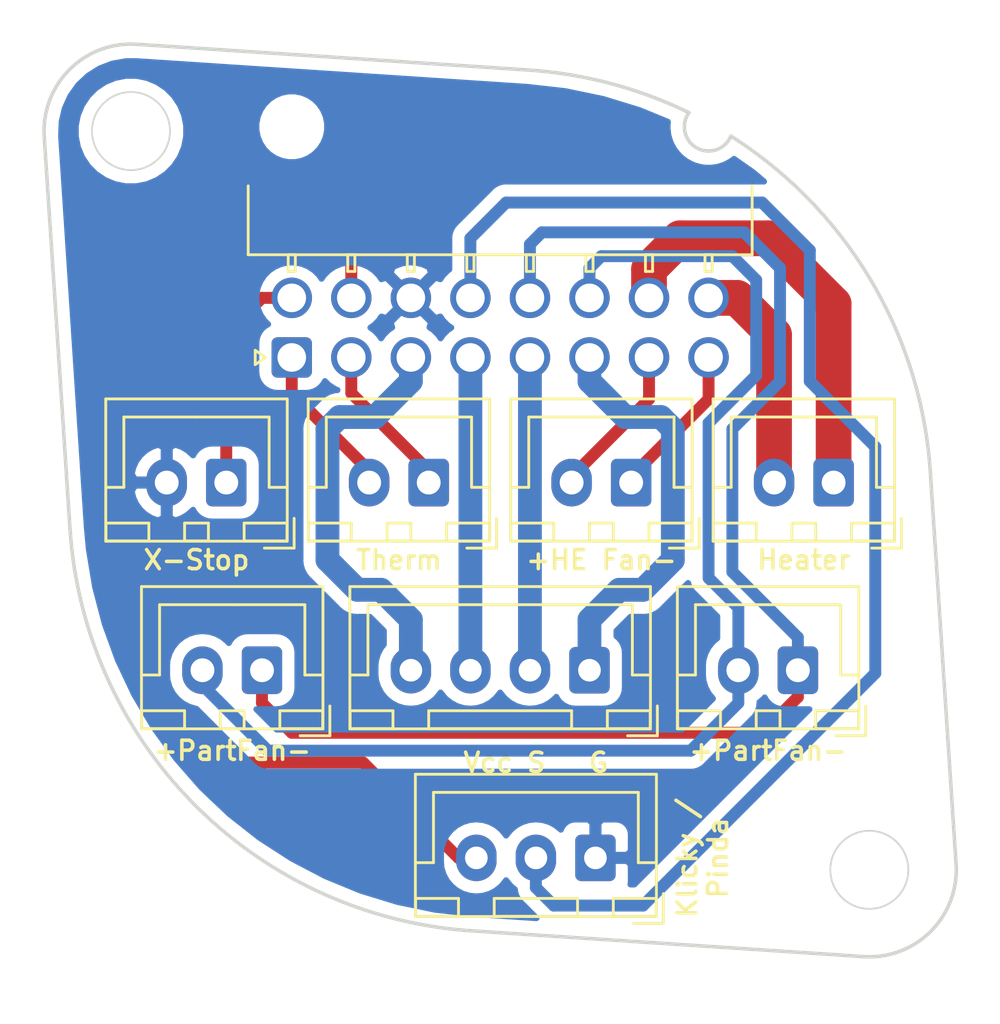
<source format=kicad_pcb>
(kicad_pcb (version 20171130) (host pcbnew "(5.1.12)-1")

  (general
    (thickness 1.6)
    (drawings 21)
    (tracks 96)
    (zones 0)
    (modules 11)
    (nets 17)
  )

  (page A4)
  (layers
    (0 F.Cu signal)
    (31 B.Cu signal)
    (32 B.Adhes user)
    (33 F.Adhes user)
    (34 B.Paste user)
    (35 F.Paste user)
    (36 B.SilkS user)
    (37 F.SilkS user)
    (38 B.Mask user)
    (39 F.Mask user)
    (40 Dwgs.User user)
    (41 Cmts.User user)
    (42 Eco1.User user)
    (43 Eco2.User user)
    (44 Edge.Cuts user)
    (45 Margin user)
    (46 B.CrtYd user hide)
    (47 F.CrtYd user hide)
    (48 B.Fab user hide)
    (49 F.Fab user hide)
  )

  (setup
    (last_trace_width 0.5)
    (user_trace_width 0.25)
    (user_trace_width 0.5)
    (user_trace_width 0.75)
    (user_trace_width 1)
    (user_trace_width 1.5)
    (trace_clearance 0.2)
    (zone_clearance 0.508)
    (zone_45_only no)
    (trace_min 0.2)
    (via_size 0.8)
    (via_drill 0.4)
    (via_min_size 0.4)
    (via_min_drill 0.3)
    (uvia_size 0.3)
    (uvia_drill 0.1)
    (uvias_allowed no)
    (uvia_min_size 0.2)
    (uvia_min_drill 0.1)
    (edge_width 0.05)
    (segment_width 0.2)
    (pcb_text_width 0.3)
    (pcb_text_size 1.5 1.5)
    (mod_edge_width 0.12)
    (mod_text_size 1 1)
    (mod_text_width 0.15)
    (pad_size 3.2 3.2)
    (pad_drill 3.2)
    (pad_to_mask_clearance 0.051)
    (solder_mask_min_width 0.25)
    (aux_axis_origin 0 0)
    (grid_origin 200.55044 91.250438)
    (visible_elements 7FFFFFFF)
    (pcbplotparams
      (layerselection 0x010fc_ffffffff)
      (usegerberextensions true)
      (usegerberattributes false)
      (usegerberadvancedattributes false)
      (creategerberjobfile false)
      (excludeedgelayer true)
      (linewidth 0.100000)
      (plotframeref false)
      (viasonmask false)
      (mode 1)
      (useauxorigin false)
      (hpglpennumber 1)
      (hpglpenspeed 20)
      (hpglpendiameter 15.000000)
      (psnegative false)
      (psa4output false)
      (plotreference true)
      (plotvalue true)
      (plotinvisibletext false)
      (padsonsilk false)
      (subtractmaskfromsilk true)
      (outputformat 1)
      (mirror false)
      (drillshape 0)
      (scaleselection 1)
      (outputdirectory "Gerbers/"))
  )

  (net 0 "")
  (net 1 GND)
  (net 2 /Hotend_Fan+)
  (net 3 /Hotend_Fan-)
  (net 4 /PartFan-)
  (net 5 /PartFan+)
  (net 6 /Thermistor_2)
  (net 7 /Thermistor_1)
  (net 8 /Heater1)
  (net 9 /Heater2)
  (net 10 /Motor_B2)
  (net 11 /Motor_B1)
  (net 12 /Motor_A2)
  (net 13 /Motor_A1)
  (net 14 /Clicky_Sig)
  (net 15 /X_Endstop_Sig)
  (net 16 +5V)

  (net_class Default "This is the default net class."
    (clearance 0.2)
    (trace_width 0.25)
    (via_dia 0.8)
    (via_drill 0.4)
    (uvia_dia 0.3)
    (uvia_drill 0.1)
    (add_net +5V)
    (add_net /Clicky_Sig)
    (add_net /Heater1)
    (add_net /Heater2)
    (add_net /Hotend_Fan+)
    (add_net /Hotend_Fan-)
    (add_net /Motor_A1)
    (add_net /Motor_A2)
    (add_net /Motor_B1)
    (add_net /Motor_B2)
    (add_net /PartFan+)
    (add_net /PartFan-)
    (add_net /Thermistor_1)
    (add_net /Thermistor_2)
    (add_net /X_Endstop_Sig)
    (add_net GND)
  )

  (module Connector_JST:JST_XH_B3B-XH-A_1x03_P2.50mm_Vertical (layer F.Cu) (tedit 5C28146C) (tstamp 61D60A16)
    (at 204.55044 106.250438 180)
    (descr "JST XH series connector, B3B-XH-A (http://www.jst-mfg.com/product/pdf/eng/eXH.pdf), generated with kicad-footprint-generator")
    (tags "connector JST XH vertical")
    (path /61DA39E2)
    (fp_text reference J1 (at 2.5 -3.55) (layer F.SilkS) hide
      (effects (font (size 1 1) (thickness 0.15)))
    )
    (fp_text value Z_Probe (at 2.5 4.6) (layer F.Fab)
      (effects (font (size 1 1) (thickness 0.15)))
    )
    (fp_text user %R (at 2.5 2.7) (layer F.Fab)
      (effects (font (size 1 1) (thickness 0.15)))
    )
    (fp_line (start -2.45 -2.35) (end -2.45 3.4) (layer F.Fab) (width 0.1))
    (fp_line (start -2.45 3.4) (end 7.45 3.4) (layer F.Fab) (width 0.1))
    (fp_line (start 7.45 3.4) (end 7.45 -2.35) (layer F.Fab) (width 0.1))
    (fp_line (start 7.45 -2.35) (end -2.45 -2.35) (layer F.Fab) (width 0.1))
    (fp_line (start -2.56 -2.46) (end -2.56 3.51) (layer F.SilkS) (width 0.12))
    (fp_line (start -2.56 3.51) (end 7.56 3.51) (layer F.SilkS) (width 0.12))
    (fp_line (start 7.56 3.51) (end 7.56 -2.46) (layer F.SilkS) (width 0.12))
    (fp_line (start 7.56 -2.46) (end -2.56 -2.46) (layer F.SilkS) (width 0.12))
    (fp_line (start -2.95 -2.85) (end -2.95 3.9) (layer F.CrtYd) (width 0.05))
    (fp_line (start -2.95 3.9) (end 7.95 3.9) (layer F.CrtYd) (width 0.05))
    (fp_line (start 7.95 3.9) (end 7.95 -2.85) (layer F.CrtYd) (width 0.05))
    (fp_line (start 7.95 -2.85) (end -2.95 -2.85) (layer F.CrtYd) (width 0.05))
    (fp_line (start -0.625 -2.35) (end 0 -1.35) (layer F.Fab) (width 0.1))
    (fp_line (start 0 -1.35) (end 0.625 -2.35) (layer F.Fab) (width 0.1))
    (fp_line (start 0.75 -2.45) (end 0.75 -1.7) (layer F.SilkS) (width 0.12))
    (fp_line (start 0.75 -1.7) (end 4.25 -1.7) (layer F.SilkS) (width 0.12))
    (fp_line (start 4.25 -1.7) (end 4.25 -2.45) (layer F.SilkS) (width 0.12))
    (fp_line (start 4.25 -2.45) (end 0.75 -2.45) (layer F.SilkS) (width 0.12))
    (fp_line (start -2.55 -2.45) (end -2.55 -1.7) (layer F.SilkS) (width 0.12))
    (fp_line (start -2.55 -1.7) (end -0.75 -1.7) (layer F.SilkS) (width 0.12))
    (fp_line (start -0.75 -1.7) (end -0.75 -2.45) (layer F.SilkS) (width 0.12))
    (fp_line (start -0.75 -2.45) (end -2.55 -2.45) (layer F.SilkS) (width 0.12))
    (fp_line (start 5.75 -2.45) (end 5.75 -1.7) (layer F.SilkS) (width 0.12))
    (fp_line (start 5.75 -1.7) (end 7.55 -1.7) (layer F.SilkS) (width 0.12))
    (fp_line (start 7.55 -1.7) (end 7.55 -2.45) (layer F.SilkS) (width 0.12))
    (fp_line (start 7.55 -2.45) (end 5.75 -2.45) (layer F.SilkS) (width 0.12))
    (fp_line (start -2.55 -0.2) (end -1.8 -0.2) (layer F.SilkS) (width 0.12))
    (fp_line (start -1.8 -0.2) (end -1.8 2.75) (layer F.SilkS) (width 0.12))
    (fp_line (start -1.8 2.75) (end 2.5 2.75) (layer F.SilkS) (width 0.12))
    (fp_line (start 7.55 -0.2) (end 6.8 -0.2) (layer F.SilkS) (width 0.12))
    (fp_line (start 6.8 -0.2) (end 6.8 2.75) (layer F.SilkS) (width 0.12))
    (fp_line (start 6.8 2.75) (end 2.5 2.75) (layer F.SilkS) (width 0.12))
    (fp_line (start -1.6 -2.75) (end -2.85 -2.75) (layer F.SilkS) (width 0.12))
    (fp_line (start -2.85 -2.75) (end -2.85 -1.5) (layer F.SilkS) (width 0.12))
    (pad 3 thru_hole oval (at 5 0 180) (size 1.7 1.95) (drill 0.95) (layers *.Cu *.Mask)
      (net 16 +5V))
    (pad 2 thru_hole oval (at 2.5 0 180) (size 1.7 1.95) (drill 0.95) (layers *.Cu *.Mask)
      (net 14 /Clicky_Sig))
    (pad 1 thru_hole roundrect (at 0 0 180) (size 1.7 1.95) (drill 0.95) (layers *.Cu *.Mask) (roundrect_rratio 0.147059)
      (net 1 GND))
    (model ${KISYS3DMOD}/Connector_JST.3dshapes/JST_XH_B3B-XH-A_1x03_P2.50mm_Vertical.wrl
      (at (xyz 0 0 0))
      (scale (xyz 1 1 1))
      (rotate (xyz 0 0 0))
    )
  )

  (module Toolhead_PCB_Paul:Molex_Nano-Fit_105314-xx16_2x08_P2.50mm_Horizontal (layer F.Cu) (tedit 61D4BC89) (tstamp 61D0672F)
    (at 191.80044 85.250438 90)
    (descr "Molex Nano-Fit Power Connectors, 105314-xx16, 8 Pins per row (http://www.molex.com/pdm_docs/sd/1053141208_sd.pdf), generated with kicad-footprint-generator")
    (tags "connector Molex Nano-Fit top entry")
    (path /61CF496E)
    (fp_text reference J10 (at 8.65 -2.92 90) (layer F.SilkS) hide
      (effects (font (size 1 1) (thickness 0.15)))
    )
    (fp_text value Conn_02x08_Top_Bottom (at 8.65 20.42 90) (layer F.Fab)
      (effects (font (size 1 1) (thickness 0.15)))
    )
    (fp_line (start 4.42 -1.72) (end 4.42 19.22) (layer F.Fab) (width 0.1))
    (fp_line (start 4.42 19.22) (end 12.88 19.22) (layer F.Fab) (width 0.1))
    (fp_line (start 12.88 19.22) (end 12.88 -1.72) (layer F.Fab) (width 0.1))
    (fp_line (start 12.88 -1.72) (end 4.42 -1.72) (layer F.Fab) (width 0.1))
    (fp_line (start 4.31 -1.83) (end 4.31 19.33) (layer F.SilkS) (width 0.12))
    (fp_line (start 4.31 0.15) (end 4.31 -0.15) (layer F.SilkS) (width 0.12))
    (fp_line (start 4.31 -0.15) (end 3.61 -0.15) (layer F.SilkS) (width 0.12))
    (fp_line (start 3.61 -0.15) (end 3.61 0.15) (layer F.SilkS) (width 0.12))
    (fp_line (start 3.61 0.15) (end 4.31 0.15) (layer F.SilkS) (width 0.12))
    (fp_line (start 4.31 2.65) (end 4.31 2.35) (layer F.SilkS) (width 0.12))
    (fp_line (start 4.31 2.35) (end 3.61 2.35) (layer F.SilkS) (width 0.12))
    (fp_line (start 3.61 2.35) (end 3.61 2.65) (layer F.SilkS) (width 0.12))
    (fp_line (start 3.61 2.65) (end 4.31 2.65) (layer F.SilkS) (width 0.12))
    (fp_line (start 4.31 5.15) (end 4.31 4.85) (layer F.SilkS) (width 0.12))
    (fp_line (start 4.31 4.85) (end 3.61 4.85) (layer F.SilkS) (width 0.12))
    (fp_line (start 3.61 4.85) (end 3.61 5.15) (layer F.SilkS) (width 0.12))
    (fp_line (start 3.61 5.15) (end 4.31 5.15) (layer F.SilkS) (width 0.12))
    (fp_line (start 4.31 7.65) (end 4.31 7.35) (layer F.SilkS) (width 0.12))
    (fp_line (start 4.31 7.35) (end 3.61 7.35) (layer F.SilkS) (width 0.12))
    (fp_line (start 3.61 7.35) (end 3.61 7.65) (layer F.SilkS) (width 0.12))
    (fp_line (start 3.61 7.65) (end 4.31 7.65) (layer F.SilkS) (width 0.12))
    (fp_line (start 4.31 10.15) (end 4.31 9.85) (layer F.SilkS) (width 0.12))
    (fp_line (start 4.31 9.85) (end 3.61 9.85) (layer F.SilkS) (width 0.12))
    (fp_line (start 3.61 9.85) (end 3.61 10.15) (layer F.SilkS) (width 0.12))
    (fp_line (start 3.61 10.15) (end 4.31 10.15) (layer F.SilkS) (width 0.12))
    (fp_line (start 4.31 12.65) (end 4.31 12.35) (layer F.SilkS) (width 0.12))
    (fp_line (start 4.31 12.35) (end 3.61 12.35) (layer F.SilkS) (width 0.12))
    (fp_line (start 3.61 12.35) (end 3.61 12.65) (layer F.SilkS) (width 0.12))
    (fp_line (start 3.61 12.65) (end 4.31 12.65) (layer F.SilkS) (width 0.12))
    (fp_line (start 4.31 15.15) (end 4.31 14.85) (layer F.SilkS) (width 0.12))
    (fp_line (start 4.31 14.85) (end 3.61 14.85) (layer F.SilkS) (width 0.12))
    (fp_line (start 3.61 14.85) (end 3.61 15.15) (layer F.SilkS) (width 0.12))
    (fp_line (start 3.61 15.15) (end 4.31 15.15) (layer F.SilkS) (width 0.12))
    (fp_line (start 4.31 17.65) (end 4.31 17.35) (layer F.SilkS) (width 0.12))
    (fp_line (start 4.31 17.35) (end 3.61 17.35) (layer F.SilkS) (width 0.12))
    (fp_line (start 3.61 17.35) (end 3.61 17.65) (layer F.SilkS) (width 0.12))
    (fp_line (start 3.61 17.65) (end 4.31 17.65) (layer F.SilkS) (width 0.12))
    (fp_line (start 0 -1.11) (end 0.3 -1.534264) (layer F.SilkS) (width 0.12))
    (fp_line (start 0.3 -1.534264) (end -0.3 -1.534264) (layer F.SilkS) (width 0.12))
    (fp_line (start -0.3 -1.534264) (end 0 -1.11) (layer F.SilkS) (width 0.12))
    (fp_line (start 0 -1.11) (end 0.3 -1.534264) (layer F.Fab) (width 0.1))
    (fp_line (start 0.3 -1.534264) (end -0.3 -1.534264) (layer F.Fab) (width 0.1))
    (fp_line (start -0.3 -1.534264) (end 0 -1.11) (layer F.Fab) (width 0.1))
    (fp_line (start -1.35 -2.22) (end -1.35 19.72) (layer F.CrtYd) (width 0.05))
    (fp_line (start -1.35 19.72) (end 13.38 19.72) (layer F.CrtYd) (width 0.05))
    (fp_line (start 13.38 19.72) (end 13.38 -2.22) (layer F.CrtYd) (width 0.05))
    (fp_line (start 13.38 -2.22) (end -1.35 -2.22) (layer F.CrtYd) (width 0.05))
    (fp_line (start 4.31 19.33) (end 7.2 19.33) (layer F.SilkS) (width 0.12))
    (fp_line (start 4.31 -1.83) (end 7.2 -1.83) (layer F.SilkS) (width 0.12))
    (pad 1 thru_hole roundrect (at 0 0 90) (size 1.7 1.7) (drill 1.2) (layers *.Cu *.Mask) (roundrect_rratio 0.1470588235294118)
      (net 6 /Thermistor_2))
    (pad 2 thru_hole circle (at 0 2.5 90) (size 1.7 1.7) (drill 1.2) (layers *.Cu *.Mask)
      (net 7 /Thermistor_1))
    (pad 3 thru_hole circle (at 0 5 90) (size 1.7 1.7) (drill 1.2) (layers *.Cu *.Mask)
      (net 13 /Motor_A1))
    (pad 4 thru_hole circle (at 0 7.5 90) (size 1.7 1.7) (drill 1.2) (layers *.Cu *.Mask)
      (net 12 /Motor_A2))
    (pad 5 thru_hole circle (at 0 10 90) (size 1.7 1.7) (drill 1.2) (layers *.Cu *.Mask)
      (net 11 /Motor_B1))
    (pad 6 thru_hole circle (at 0 12.5 90) (size 1.7 1.7) (drill 1.2) (layers *.Cu *.Mask)
      (net 10 /Motor_B2))
    (pad 7 thru_hole circle (at 0 15 90) (size 1.7 1.7) (drill 1.2) (layers *.Cu *.Mask)
      (net 2 /Hotend_Fan+))
    (pad 8 thru_hole circle (at 0 17.5 90) (size 1.7 1.7) (drill 1.2) (layers *.Cu *.Mask)
      (net 3 /Hotend_Fan-))
    (pad 9 thru_hole circle (at 2.5 0 90) (size 1.7 1.7) (drill 1.2) (layers *.Cu *.Mask)
      (net 15 /X_Endstop_Sig))
    (pad 10 thru_hole circle (at 2.5 2.5 90) (size 1.7 1.7) (drill 1.2) (layers *.Cu *.Mask)
      (net 16 +5V))
    (pad 11 thru_hole circle (at 2.5 5 90) (size 1.7 1.7) (drill 1.2) (layers *.Cu *.Mask)
      (net 1 GND))
    (pad 12 thru_hole circle (at 2.5 7.5 90) (size 1.7 1.7) (drill 1.2) (layers *.Cu *.Mask)
      (net 14 /Clicky_Sig))
    (pad 13 thru_hole circle (at 2.5 10 90) (size 1.7 1.7) (drill 1.2) (layers *.Cu *.Mask)
      (net 4 /PartFan-))
    (pad 14 thru_hole circle (at 2.5 12.5 90) (size 1.7 1.7) (drill 1.2) (layers *.Cu *.Mask)
      (net 5 /PartFan+))
    (pad 15 thru_hole circle (at 2.5 15 90) (size 1.7 1.7) (drill 1.2) (layers *.Cu *.Mask)
      (net 9 /Heater2))
    (pad 16 thru_hole circle (at 2.5 17.5 90) (size 1.7 1.7) (drill 1.2) (layers *.Cu *.Mask)
      (net 8 /Heater1))
    (pad "" np_thru_hole circle (at 9.68 0 90) (size 1.7 1.7) (drill 1.7) (layers *.Cu *.Mask))
    (model ${KISYS3DMOD}/Connector_Molex.3dshapes/1053141116.stp
      (offset (xyz 8.699999999999999 -8.789999999999999 3.35))
      (scale (xyz 1 1 1))
      (rotate (xyz -90 0 -90))
    )
  )

  (module MountingHole:MountingHole_3.2mm_M3 (layer F.Cu) (tedit 56D1B4CB) (tstamp 61B9DC01)
    (at 216.05022 106.750219)
    (descr "Mounting Hole 3.2mm, no annular, M3")
    (tags "mounting hole 3.2mm no annular m3")
    (path /60B8DE4B)
    (attr virtual)
    (fp_text reference H2 (at 0 -4.2) (layer F.SilkS) hide
      (effects (font (size 1 1) (thickness 0.15)))
    )
    (fp_text value MountingHole (at 0 4.2) (layer F.Fab)
      (effects (font (size 1 1) (thickness 0.15)))
    )
    (fp_circle (center 0 0) (end 3.2 0) (layer Cmts.User) (width 0.15))
    (fp_circle (center 0 0) (end 3.45 0) (layer F.CrtYd) (width 0.05))
    (fp_text user %R (at 0.3 0) (layer F.Fab)
      (effects (font (size 1 1) (thickness 0.15)))
    )
    (pad 1 np_thru_hole circle (at 0 0) (size 3.2 3.2) (drill 3.2) (layers *.Cu *.Mask))
  )

  (module MountingHole:MountingHole_3.2mm_M3 (layer F.Cu) (tedit 56D1B4CB) (tstamp 61B9DBF9)
    (at 185.05022 75.750219)
    (descr "Mounting Hole 3.2mm, no annular, M3")
    (tags "mounting hole 3.2mm no annular m3")
    (path /60B8D3E9)
    (attr virtual)
    (fp_text reference H1 (at 0 -4.2) (layer F.SilkS) hide
      (effects (font (size 1 1) (thickness 0.15)))
    )
    (fp_text value MountingHole (at 0 4.2) (layer F.Fab)
      (effects (font (size 1 1) (thickness 0.15)))
    )
    (fp_circle (center 0 0) (end 3.2 0) (layer Cmts.User) (width 0.15))
    (fp_circle (center 0 0) (end 3.45 0) (layer F.CrtYd) (width 0.05))
    (fp_text user %R (at 0.3 0) (layer F.Fab)
      (effects (font (size 1 1) (thickness 0.15)))
    )
    (pad 1 np_thru_hole circle (at 0 0) (size 3.2 3.2) (drill 3.2) (layers *.Cu *.Mask))
  )

  (module Connector_JST:JST_XH_B2B-XH-A_1x02_P2.50mm_Vertical (layer F.Cu) (tedit 5C28146C) (tstamp 61D4BC94)
    (at 214.55044 90.500438 180)
    (descr "JST XH series connector, B2B-XH-A (http://www.jst-mfg.com/product/pdf/eng/eXH.pdf), generated with kicad-footprint-generator")
    (tags "connector JST XH vertical")
    (path /60B720B7)
    (fp_text reference J5 (at 1.25 1.8) (layer F.SilkS) hide
      (effects (font (size 1 1) (thickness 0.15)))
    )
    (fp_text value Heater (at 1.25 4.6) (layer F.Fab)
      (effects (font (size 1 1) (thickness 0.15)))
    )
    (fp_line (start -2.45 -2.35) (end -2.45 3.4) (layer F.Fab) (width 0.1))
    (fp_line (start -2.45 3.4) (end 4.95 3.4) (layer F.Fab) (width 0.1))
    (fp_line (start 4.95 3.4) (end 4.95 -2.35) (layer F.Fab) (width 0.1))
    (fp_line (start 4.95 -2.35) (end -2.45 -2.35) (layer F.Fab) (width 0.1))
    (fp_line (start -2.56 -2.46) (end -2.56 3.51) (layer F.SilkS) (width 0.12))
    (fp_line (start -2.56 3.51) (end 5.06 3.51) (layer F.SilkS) (width 0.12))
    (fp_line (start 5.06 3.51) (end 5.06 -2.46) (layer F.SilkS) (width 0.12))
    (fp_line (start 5.06 -2.46) (end -2.56 -2.46) (layer F.SilkS) (width 0.12))
    (fp_line (start -2.95 -2.85) (end -2.95 3.9) (layer F.CrtYd) (width 0.05))
    (fp_line (start -2.95 3.9) (end 5.45 3.9) (layer F.CrtYd) (width 0.05))
    (fp_line (start 5.45 3.9) (end 5.45 -2.85) (layer F.CrtYd) (width 0.05))
    (fp_line (start 5.45 -2.85) (end -2.95 -2.85) (layer F.CrtYd) (width 0.05))
    (fp_line (start -0.625 -2.35) (end 0 -1.35) (layer F.Fab) (width 0.1))
    (fp_line (start 0 -1.35) (end 0.625 -2.35) (layer F.Fab) (width 0.1))
    (fp_line (start 0.75 -2.45) (end 0.75 -1.7) (layer F.SilkS) (width 0.12))
    (fp_line (start 0.75 -1.7) (end 1.75 -1.7) (layer F.SilkS) (width 0.12))
    (fp_line (start 1.75 -1.7) (end 1.75 -2.45) (layer F.SilkS) (width 0.12))
    (fp_line (start 1.75 -2.45) (end 0.75 -2.45) (layer F.SilkS) (width 0.12))
    (fp_line (start -2.55 -2.45) (end -2.55 -1.7) (layer F.SilkS) (width 0.12))
    (fp_line (start -2.55 -1.7) (end -0.75 -1.7) (layer F.SilkS) (width 0.12))
    (fp_line (start -0.75 -1.7) (end -0.75 -2.45) (layer F.SilkS) (width 0.12))
    (fp_line (start -0.75 -2.45) (end -2.55 -2.45) (layer F.SilkS) (width 0.12))
    (fp_line (start 3.25 -2.45) (end 3.25 -1.7) (layer F.SilkS) (width 0.12))
    (fp_line (start 3.25 -1.7) (end 5.05 -1.7) (layer F.SilkS) (width 0.12))
    (fp_line (start 5.05 -1.7) (end 5.05 -2.45) (layer F.SilkS) (width 0.12))
    (fp_line (start 5.05 -2.45) (end 3.25 -2.45) (layer F.SilkS) (width 0.12))
    (fp_line (start -2.55 -0.2) (end -1.8 -0.2) (layer F.SilkS) (width 0.12))
    (fp_line (start -1.8 -0.2) (end -1.8 2.75) (layer F.SilkS) (width 0.12))
    (fp_line (start -1.8 2.75) (end 1.25 2.75) (layer F.SilkS) (width 0.12))
    (fp_line (start 5.05 -0.2) (end 4.3 -0.2) (layer F.SilkS) (width 0.12))
    (fp_line (start 4.3 -0.2) (end 4.3 2.75) (layer F.SilkS) (width 0.12))
    (fp_line (start 4.3 2.75) (end 1.25 2.75) (layer F.SilkS) (width 0.12))
    (fp_line (start -1.6 -2.75) (end -2.85 -2.75) (layer F.SilkS) (width 0.12))
    (fp_line (start -2.85 -2.75) (end -2.85 -1.5) (layer F.SilkS) (width 0.12))
    (fp_text user %R (at 1.25 2.7) (layer F.Fab)
      (effects (font (size 1 1) (thickness 0.15)))
    )
    (pad 2 thru_hole oval (at 2.5 0 180) (size 1.7 2) (drill 1) (layers *.Cu *.Mask)
      (net 8 /Heater1))
    (pad 1 thru_hole roundrect (at 0 0 180) (size 1.7 2) (drill 1) (layers *.Cu *.Mask) (roundrect_rratio 0.1470588235294118)
      (net 9 /Heater2))
    (model ${KISYS3DMOD}/Connector_JST.3dshapes/JST_XH_B2B-XH-A_1x02_P2.50mm_Vertical.wrl
      (at (xyz 0 0 0))
      (scale (xyz 1 1 1))
      (rotate (xyz 0 0 0))
    )
  )

  (module Connector_JST:JST_XH_B2B-XH-A_1x02_P2.50mm_Vertical (layer F.Cu) (tedit 5C28146C) (tstamp 61D4B848)
    (at 206.05044 90.500438 180)
    (descr "JST XH series connector, B2B-XH-A (http://www.jst-mfg.com/product/pdf/eng/eXH.pdf), generated with kicad-footprint-generator")
    (tags "connector JST XH vertical")
    (path /60B78134)
    (fp_text reference J3 (at 1.25 1.8) (layer F.SilkS) hide
      (effects (font (size 1 1) (thickness 0.15)))
    )
    (fp_text value "Hotend Fan" (at 1.25 4.6) (layer F.Fab)
      (effects (font (size 1 1) (thickness 0.15)))
    )
    (fp_line (start -2.45 -2.35) (end -2.45 3.4) (layer F.Fab) (width 0.1))
    (fp_line (start -2.45 3.4) (end 4.95 3.4) (layer F.Fab) (width 0.1))
    (fp_line (start 4.95 3.4) (end 4.95 -2.35) (layer F.Fab) (width 0.1))
    (fp_line (start 4.95 -2.35) (end -2.45 -2.35) (layer F.Fab) (width 0.1))
    (fp_line (start -2.56 -2.46) (end -2.56 3.51) (layer F.SilkS) (width 0.12))
    (fp_line (start -2.56 3.51) (end 5.06 3.51) (layer F.SilkS) (width 0.12))
    (fp_line (start 5.06 3.51) (end 5.06 -2.46) (layer F.SilkS) (width 0.12))
    (fp_line (start 5.06 -2.46) (end -2.56 -2.46) (layer F.SilkS) (width 0.12))
    (fp_line (start -2.95 -2.85) (end -2.95 3.9) (layer F.CrtYd) (width 0.05))
    (fp_line (start -2.95 3.9) (end 5.45 3.9) (layer F.CrtYd) (width 0.05))
    (fp_line (start 5.45 3.9) (end 5.45 -2.85) (layer F.CrtYd) (width 0.05))
    (fp_line (start 5.45 -2.85) (end -2.95 -2.85) (layer F.CrtYd) (width 0.05))
    (fp_line (start -0.625 -2.35) (end 0 -1.35) (layer F.Fab) (width 0.1))
    (fp_line (start 0 -1.35) (end 0.625 -2.35) (layer F.Fab) (width 0.1))
    (fp_line (start 0.75 -2.45) (end 0.75 -1.7) (layer F.SilkS) (width 0.12))
    (fp_line (start 0.75 -1.7) (end 1.75 -1.7) (layer F.SilkS) (width 0.12))
    (fp_line (start 1.75 -1.7) (end 1.75 -2.45) (layer F.SilkS) (width 0.12))
    (fp_line (start 1.75 -2.45) (end 0.75 -2.45) (layer F.SilkS) (width 0.12))
    (fp_line (start -2.55 -2.45) (end -2.55 -1.7) (layer F.SilkS) (width 0.12))
    (fp_line (start -2.55 -1.7) (end -0.75 -1.7) (layer F.SilkS) (width 0.12))
    (fp_line (start -0.75 -1.7) (end -0.75 -2.45) (layer F.SilkS) (width 0.12))
    (fp_line (start -0.75 -2.45) (end -2.55 -2.45) (layer F.SilkS) (width 0.12))
    (fp_line (start 3.25 -2.45) (end 3.25 -1.7) (layer F.SilkS) (width 0.12))
    (fp_line (start 3.25 -1.7) (end 5.05 -1.7) (layer F.SilkS) (width 0.12))
    (fp_line (start 5.05 -1.7) (end 5.05 -2.45) (layer F.SilkS) (width 0.12))
    (fp_line (start 5.05 -2.45) (end 3.25 -2.45) (layer F.SilkS) (width 0.12))
    (fp_line (start -2.55 -0.2) (end -1.8 -0.2) (layer F.SilkS) (width 0.12))
    (fp_line (start -1.8 -0.2) (end -1.8 2.75) (layer F.SilkS) (width 0.12))
    (fp_line (start -1.8 2.75) (end 1.25 2.75) (layer F.SilkS) (width 0.12))
    (fp_line (start 5.05 -0.2) (end 4.3 -0.2) (layer F.SilkS) (width 0.12))
    (fp_line (start 4.3 -0.2) (end 4.3 2.75) (layer F.SilkS) (width 0.12))
    (fp_line (start 4.3 2.75) (end 1.25 2.75) (layer F.SilkS) (width 0.12))
    (fp_line (start -1.6 -2.75) (end -2.85 -2.75) (layer F.SilkS) (width 0.12))
    (fp_line (start -2.85 -2.75) (end -2.85 -1.5) (layer F.SilkS) (width 0.12))
    (fp_text user %R (at 1.25 2.7) (layer F.Fab)
      (effects (font (size 1 1) (thickness 0.15)))
    )
    (pad 2 thru_hole oval (at 2.5 0 180) (size 1.7 2) (drill 1) (layers *.Cu *.Mask)
      (net 2 /Hotend_Fan+))
    (pad 1 thru_hole roundrect (at 0 0 180) (size 1.7 2) (drill 1) (layers *.Cu *.Mask) (roundrect_rratio 0.1470588235294118)
      (net 3 /Hotend_Fan-))
    (model ${KISYS3DMOD}/Connector_JST.3dshapes/JST_XH_B2B-XH-A_1x02_P2.50mm_Vertical.wrl
      (at (xyz 0 0 0))
      (scale (xyz 1 1 1))
      (rotate (xyz 0 0 0))
    )
  )

  (module Connector_JST:JST_XH_B2B-XH-A_1x02_P2.50mm_Vertical (layer F.Cu) (tedit 5C28146C) (tstamp 61D4CFA2)
    (at 213.05044 98.375438 180)
    (descr "JST XH series connector, B2B-XH-A (http://www.jst-mfg.com/product/pdf/eng/eXH.pdf), generated with kicad-footprint-generator")
    (tags "connector JST XH vertical")
    (path /60BD21F9)
    (fp_text reference J8 (at 1.397 1.905) (layer F.SilkS) hide
      (effects (font (size 1 1) (thickness 0.15)))
    )
    (fp_text value "Part Cooling Fan" (at 1.25 4.6) (layer F.Fab)
      (effects (font (size 1 1) (thickness 0.15)))
    )
    (fp_line (start -2.45 -2.35) (end -2.45 3.4) (layer F.Fab) (width 0.1))
    (fp_line (start -2.45 3.4) (end 4.95 3.4) (layer F.Fab) (width 0.1))
    (fp_line (start 4.95 3.4) (end 4.95 -2.35) (layer F.Fab) (width 0.1))
    (fp_line (start 4.95 -2.35) (end -2.45 -2.35) (layer F.Fab) (width 0.1))
    (fp_line (start -2.56 -2.46) (end -2.56 3.51) (layer F.SilkS) (width 0.12))
    (fp_line (start -2.56 3.51) (end 5.06 3.51) (layer F.SilkS) (width 0.12))
    (fp_line (start 5.06 3.51) (end 5.06 -2.46) (layer F.SilkS) (width 0.12))
    (fp_line (start 5.06 -2.46) (end -2.56 -2.46) (layer F.SilkS) (width 0.12))
    (fp_line (start -2.95 -2.85) (end -2.95 3.9) (layer F.CrtYd) (width 0.05))
    (fp_line (start -2.95 3.9) (end 5.45 3.9) (layer F.CrtYd) (width 0.05))
    (fp_line (start 5.45 3.9) (end 5.45 -2.85) (layer F.CrtYd) (width 0.05))
    (fp_line (start 5.45 -2.85) (end -2.95 -2.85) (layer F.CrtYd) (width 0.05))
    (fp_line (start -0.625 -2.35) (end 0 -1.35) (layer F.Fab) (width 0.1))
    (fp_line (start 0 -1.35) (end 0.625 -2.35) (layer F.Fab) (width 0.1))
    (fp_line (start 0.75 -2.45) (end 0.75 -1.7) (layer F.SilkS) (width 0.12))
    (fp_line (start 0.75 -1.7) (end 1.75 -1.7) (layer F.SilkS) (width 0.12))
    (fp_line (start 1.75 -1.7) (end 1.75 -2.45) (layer F.SilkS) (width 0.12))
    (fp_line (start 1.75 -2.45) (end 0.75 -2.45) (layer F.SilkS) (width 0.12))
    (fp_line (start -2.55 -2.45) (end -2.55 -1.7) (layer F.SilkS) (width 0.12))
    (fp_line (start -2.55 -1.7) (end -0.75 -1.7) (layer F.SilkS) (width 0.12))
    (fp_line (start -0.75 -1.7) (end -0.75 -2.45) (layer F.SilkS) (width 0.12))
    (fp_line (start -0.75 -2.45) (end -2.55 -2.45) (layer F.SilkS) (width 0.12))
    (fp_line (start 3.25 -2.45) (end 3.25 -1.7) (layer F.SilkS) (width 0.12))
    (fp_line (start 3.25 -1.7) (end 5.05 -1.7) (layer F.SilkS) (width 0.12))
    (fp_line (start 5.05 -1.7) (end 5.05 -2.45) (layer F.SilkS) (width 0.12))
    (fp_line (start 5.05 -2.45) (end 3.25 -2.45) (layer F.SilkS) (width 0.12))
    (fp_line (start -2.55 -0.2) (end -1.8 -0.2) (layer F.SilkS) (width 0.12))
    (fp_line (start -1.8 -0.2) (end -1.8 2.75) (layer F.SilkS) (width 0.12))
    (fp_line (start -1.8 2.75) (end 1.25 2.75) (layer F.SilkS) (width 0.12))
    (fp_line (start 5.05 -0.2) (end 4.3 -0.2) (layer F.SilkS) (width 0.12))
    (fp_line (start 4.3 -0.2) (end 4.3 2.75) (layer F.SilkS) (width 0.12))
    (fp_line (start 4.3 2.75) (end 1.25 2.75) (layer F.SilkS) (width 0.12))
    (fp_line (start -1.6 -2.75) (end -2.85 -2.75) (layer F.SilkS) (width 0.12))
    (fp_line (start -2.85 -2.75) (end -2.85 -1.5) (layer F.SilkS) (width 0.12))
    (fp_text user %R (at 1.25 2.7) (layer F.Fab)
      (effects (font (size 1 1) (thickness 0.15)))
    )
    (pad 2 thru_hole oval (at 2.5 0 180) (size 1.7 2) (drill 1) (layers *.Cu *.Mask)
      (net 5 /PartFan+))
    (pad 1 thru_hole roundrect (at 0 0 180) (size 1.7 2) (drill 1) (layers *.Cu *.Mask) (roundrect_rratio 0.1470588235294118)
      (net 4 /PartFan-))
    (model ${KISYS3DMOD}/Connector_JST.3dshapes/JST_XH_B2B-XH-A_1x02_P2.50mm_Vertical.wrl
      (at (xyz 0 0 0))
      (scale (xyz 1 1 1))
      (rotate (xyz 0 0 0))
    )
  )

  (module Connector_JST:JST_XH_B4B-XH-A_1x04_P2.50mm_Vertical (layer F.Cu) (tedit 5C28146C) (tstamp 61B8F54B)
    (at 204.30022 98.375438 180)
    (descr "JST XH series connector, B4B-XH-A (http://www.jst-mfg.com/product/pdf/eng/eXH.pdf), generated with kicad-footprint-generator")
    (tags "connector JST XH vertical")
    (path /60B6FD3C)
    (fp_text reference J2 (at 3.81 2.032) (layer F.SilkS) hide
      (effects (font (size 1 1) (thickness 0.15)))
    )
    (fp_text value Motor (at 3.75 4.6) (layer F.Fab)
      (effects (font (size 1 1) (thickness 0.15)))
    )
    (fp_line (start -2.45 -2.35) (end -2.45 3.4) (layer F.Fab) (width 0.1))
    (fp_line (start -2.45 3.4) (end 9.95 3.4) (layer F.Fab) (width 0.1))
    (fp_line (start 9.95 3.4) (end 9.95 -2.35) (layer F.Fab) (width 0.1))
    (fp_line (start 9.95 -2.35) (end -2.45 -2.35) (layer F.Fab) (width 0.1))
    (fp_line (start -2.56 -2.46) (end -2.56 3.51) (layer F.SilkS) (width 0.12))
    (fp_line (start -2.56 3.51) (end 10.06 3.51) (layer F.SilkS) (width 0.12))
    (fp_line (start 10.06 3.51) (end 10.06 -2.46) (layer F.SilkS) (width 0.12))
    (fp_line (start 10.06 -2.46) (end -2.56 -2.46) (layer F.SilkS) (width 0.12))
    (fp_line (start -2.95 -2.85) (end -2.95 3.9) (layer F.CrtYd) (width 0.05))
    (fp_line (start -2.95 3.9) (end 10.45 3.9) (layer F.CrtYd) (width 0.05))
    (fp_line (start 10.45 3.9) (end 10.45 -2.85) (layer F.CrtYd) (width 0.05))
    (fp_line (start 10.45 -2.85) (end -2.95 -2.85) (layer F.CrtYd) (width 0.05))
    (fp_line (start -0.625 -2.35) (end 0 -1.35) (layer F.Fab) (width 0.1))
    (fp_line (start 0 -1.35) (end 0.625 -2.35) (layer F.Fab) (width 0.1))
    (fp_line (start 0.75 -2.45) (end 0.75 -1.7) (layer F.SilkS) (width 0.12))
    (fp_line (start 0.75 -1.7) (end 6.75 -1.7) (layer F.SilkS) (width 0.12))
    (fp_line (start 6.75 -1.7) (end 6.75 -2.45) (layer F.SilkS) (width 0.12))
    (fp_line (start 6.75 -2.45) (end 0.75 -2.45) (layer F.SilkS) (width 0.12))
    (fp_line (start -2.55 -2.45) (end -2.55 -1.7) (layer F.SilkS) (width 0.12))
    (fp_line (start -2.55 -1.7) (end -0.75 -1.7) (layer F.SilkS) (width 0.12))
    (fp_line (start -0.75 -1.7) (end -0.75 -2.45) (layer F.SilkS) (width 0.12))
    (fp_line (start -0.75 -2.45) (end -2.55 -2.45) (layer F.SilkS) (width 0.12))
    (fp_line (start 8.25 -2.45) (end 8.25 -1.7) (layer F.SilkS) (width 0.12))
    (fp_line (start 8.25 -1.7) (end 10.05 -1.7) (layer F.SilkS) (width 0.12))
    (fp_line (start 10.05 -1.7) (end 10.05 -2.45) (layer F.SilkS) (width 0.12))
    (fp_line (start 10.05 -2.45) (end 8.25 -2.45) (layer F.SilkS) (width 0.12))
    (fp_line (start -2.55 -0.2) (end -1.8 -0.2) (layer F.SilkS) (width 0.12))
    (fp_line (start -1.8 -0.2) (end -1.8 2.75) (layer F.SilkS) (width 0.12))
    (fp_line (start -1.8 2.75) (end 3.75 2.75) (layer F.SilkS) (width 0.12))
    (fp_line (start 10.05 -0.2) (end 9.3 -0.2) (layer F.SilkS) (width 0.12))
    (fp_line (start 9.3 -0.2) (end 9.3 2.75) (layer F.SilkS) (width 0.12))
    (fp_line (start 9.3 2.75) (end 3.75 2.75) (layer F.SilkS) (width 0.12))
    (fp_line (start -1.6 -2.75) (end -2.85 -2.75) (layer F.SilkS) (width 0.12))
    (fp_line (start -2.85 -2.75) (end -2.85 -1.5) (layer F.SilkS) (width 0.12))
    (fp_text user %R (at 3.75 2.7) (layer F.Fab)
      (effects (font (size 1 1) (thickness 0.15)))
    )
    (pad 4 thru_hole oval (at 7.5 0 180) (size 1.7 1.95) (drill 0.95) (layers *.Cu *.Mask)
      (net 13 /Motor_A1))
    (pad 3 thru_hole oval (at 5 0 180) (size 1.7 1.95) (drill 0.95) (layers *.Cu *.Mask)
      (net 12 /Motor_A2))
    (pad 2 thru_hole oval (at 2.5 0 180) (size 1.7 1.95) (drill 0.95) (layers *.Cu *.Mask)
      (net 11 /Motor_B1))
    (pad 1 thru_hole roundrect (at 0 0 180) (size 1.7 1.95) (drill 0.95) (layers *.Cu *.Mask) (roundrect_rratio 0.1470588235294118)
      (net 10 /Motor_B2))
    (model ${KISYS3DMOD}/Connector_JST.3dshapes/JST_XH_B4B-XH-A_1x04_P2.50mm_Vertical.wrl
      (at (xyz 0 0 0))
      (scale (xyz 1 1 1))
      (rotate (xyz 0 0 0))
    )
  )

  (module Connector_JST:JST_XH_B2B-XH-A_1x02_P2.50mm_Vertical (layer F.Cu) (tedit 5C28146C) (tstamp 61D54BDF)
    (at 197.55044 90.500438 180)
    (descr "JST XH series connector, B2B-XH-A (http://www.jst-mfg.com/product/pdf/eng/eXH.pdf), generated with kicad-footprint-generator")
    (tags "connector JST XH vertical")
    (path /60B7844F)
    (fp_text reference J6 (at 1.27 1.905) (layer F.SilkS) hide
      (effects (font (size 1 1) (thickness 0.15)))
    )
    (fp_text value Thermistor (at 1.25 4.6) (layer F.Fab)
      (effects (font (size 1 1) (thickness 0.15)))
    )
    (fp_line (start -2.45 -2.35) (end -2.45 3.4) (layer F.Fab) (width 0.1))
    (fp_line (start -2.45 3.4) (end 4.95 3.4) (layer F.Fab) (width 0.1))
    (fp_line (start 4.95 3.4) (end 4.95 -2.35) (layer F.Fab) (width 0.1))
    (fp_line (start 4.95 -2.35) (end -2.45 -2.35) (layer F.Fab) (width 0.1))
    (fp_line (start -2.56 -2.46) (end -2.56 3.51) (layer F.SilkS) (width 0.12))
    (fp_line (start -2.56 3.51) (end 5.06 3.51) (layer F.SilkS) (width 0.12))
    (fp_line (start 5.06 3.51) (end 5.06 -2.46) (layer F.SilkS) (width 0.12))
    (fp_line (start 5.06 -2.46) (end -2.56 -2.46) (layer F.SilkS) (width 0.12))
    (fp_line (start -2.95 -2.85) (end -2.95 3.9) (layer F.CrtYd) (width 0.05))
    (fp_line (start -2.95 3.9) (end 5.45 3.9) (layer F.CrtYd) (width 0.05))
    (fp_line (start 5.45 3.9) (end 5.45 -2.85) (layer F.CrtYd) (width 0.05))
    (fp_line (start 5.45 -2.85) (end -2.95 -2.85) (layer F.CrtYd) (width 0.05))
    (fp_line (start -0.625 -2.35) (end 0 -1.35) (layer F.Fab) (width 0.1))
    (fp_line (start 0 -1.35) (end 0.625 -2.35) (layer F.Fab) (width 0.1))
    (fp_line (start 0.75 -2.45) (end 0.75 -1.7) (layer F.SilkS) (width 0.12))
    (fp_line (start 0.75 -1.7) (end 1.75 -1.7) (layer F.SilkS) (width 0.12))
    (fp_line (start 1.75 -1.7) (end 1.75 -2.45) (layer F.SilkS) (width 0.12))
    (fp_line (start 1.75 -2.45) (end 0.75 -2.45) (layer F.SilkS) (width 0.12))
    (fp_line (start -2.55 -2.45) (end -2.55 -1.7) (layer F.SilkS) (width 0.12))
    (fp_line (start -2.55 -1.7) (end -0.75 -1.7) (layer F.SilkS) (width 0.12))
    (fp_line (start -0.75 -1.7) (end -0.75 -2.45) (layer F.SilkS) (width 0.12))
    (fp_line (start -0.75 -2.45) (end -2.55 -2.45) (layer F.SilkS) (width 0.12))
    (fp_line (start 3.25 -2.45) (end 3.25 -1.7) (layer F.SilkS) (width 0.12))
    (fp_line (start 3.25 -1.7) (end 5.05 -1.7) (layer F.SilkS) (width 0.12))
    (fp_line (start 5.05 -1.7) (end 5.05 -2.45) (layer F.SilkS) (width 0.12))
    (fp_line (start 5.05 -2.45) (end 3.25 -2.45) (layer F.SilkS) (width 0.12))
    (fp_line (start -2.55 -0.2) (end -1.8 -0.2) (layer F.SilkS) (width 0.12))
    (fp_line (start -1.8 -0.2) (end -1.8 2.75) (layer F.SilkS) (width 0.12))
    (fp_line (start -1.8 2.75) (end 1.25 2.75) (layer F.SilkS) (width 0.12))
    (fp_line (start 5.05 -0.2) (end 4.3 -0.2) (layer F.SilkS) (width 0.12))
    (fp_line (start 4.3 -0.2) (end 4.3 2.75) (layer F.SilkS) (width 0.12))
    (fp_line (start 4.3 2.75) (end 1.25 2.75) (layer F.SilkS) (width 0.12))
    (fp_line (start -1.6 -2.75) (end -2.85 -2.75) (layer F.SilkS) (width 0.12))
    (fp_line (start -2.85 -2.75) (end -2.85 -1.5) (layer F.SilkS) (width 0.12))
    (fp_text user %R (at 1.25 2.7) (layer F.Fab)
      (effects (font (size 1 1) (thickness 0.15)))
    )
    (pad 2 thru_hole oval (at 2.5 0 180) (size 1.7 2) (drill 1) (layers *.Cu *.Mask)
      (net 6 /Thermistor_2))
    (pad 1 thru_hole roundrect (at 0 0 180) (size 1.7 2) (drill 1) (layers *.Cu *.Mask) (roundrect_rratio 0.1470588235294118)
      (net 7 /Thermistor_1))
    (model ${KISYS3DMOD}/Connector_JST.3dshapes/JST_XH_B2B-XH-A_1x02_P2.50mm_Vertical.wrl
      (at (xyz 0 0 0))
      (scale (xyz 1 1 1))
      (rotate (xyz 0 0 0))
    )
  )

  (module Connector_JST:JST_XH_B2B-XH-A_1x02_P2.50mm_Vertical (layer F.Cu) (tedit 5C28146C) (tstamp 61D4CE0C)
    (at 190.55044 98.375438 180)
    (descr "JST XH series connector, B2B-XH-A (http://www.jst-mfg.com/product/pdf/eng/eXH.pdf), generated with kicad-footprint-generator")
    (tags "connector JST XH vertical")
    (path /60B77E5A)
    (fp_text reference J4 (at 1.27 1.778) (layer F.SilkS) hide
      (effects (font (size 1 1) (thickness 0.15)))
    )
    (fp_text value "Part Cooling Fan" (at 1.25 4.6) (layer F.Fab)
      (effects (font (size 1 1) (thickness 0.15)))
    )
    (fp_line (start -2.45 -2.35) (end -2.45 3.4) (layer F.Fab) (width 0.1))
    (fp_line (start -2.45 3.4) (end 4.95 3.4) (layer F.Fab) (width 0.1))
    (fp_line (start 4.95 3.4) (end 4.95 -2.35) (layer F.Fab) (width 0.1))
    (fp_line (start 4.95 -2.35) (end -2.45 -2.35) (layer F.Fab) (width 0.1))
    (fp_line (start -2.56 -2.46) (end -2.56 3.51) (layer F.SilkS) (width 0.12))
    (fp_line (start -2.56 3.51) (end 5.06 3.51) (layer F.SilkS) (width 0.12))
    (fp_line (start 5.06 3.51) (end 5.06 -2.46) (layer F.SilkS) (width 0.12))
    (fp_line (start 5.06 -2.46) (end -2.56 -2.46) (layer F.SilkS) (width 0.12))
    (fp_line (start -2.95 -2.85) (end -2.95 3.9) (layer F.CrtYd) (width 0.05))
    (fp_line (start -2.95 3.9) (end 5.45 3.9) (layer F.CrtYd) (width 0.05))
    (fp_line (start 5.45 3.9) (end 5.45 -2.85) (layer F.CrtYd) (width 0.05))
    (fp_line (start 5.45 -2.85) (end -2.95 -2.85) (layer F.CrtYd) (width 0.05))
    (fp_line (start -0.625 -2.35) (end 0 -1.35) (layer F.Fab) (width 0.1))
    (fp_line (start 0 -1.35) (end 0.625 -2.35) (layer F.Fab) (width 0.1))
    (fp_line (start 0.75 -2.45) (end 0.75 -1.7) (layer F.SilkS) (width 0.12))
    (fp_line (start 0.75 -1.7) (end 1.75 -1.7) (layer F.SilkS) (width 0.12))
    (fp_line (start 1.75 -1.7) (end 1.75 -2.45) (layer F.SilkS) (width 0.12))
    (fp_line (start 1.75 -2.45) (end 0.75 -2.45) (layer F.SilkS) (width 0.12))
    (fp_line (start -2.55 -2.45) (end -2.55 -1.7) (layer F.SilkS) (width 0.12))
    (fp_line (start -2.55 -1.7) (end -0.75 -1.7) (layer F.SilkS) (width 0.12))
    (fp_line (start -0.75 -1.7) (end -0.75 -2.45) (layer F.SilkS) (width 0.12))
    (fp_line (start -0.75 -2.45) (end -2.55 -2.45) (layer F.SilkS) (width 0.12))
    (fp_line (start 3.25 -2.45) (end 3.25 -1.7) (layer F.SilkS) (width 0.12))
    (fp_line (start 3.25 -1.7) (end 5.05 -1.7) (layer F.SilkS) (width 0.12))
    (fp_line (start 5.05 -1.7) (end 5.05 -2.45) (layer F.SilkS) (width 0.12))
    (fp_line (start 5.05 -2.45) (end 3.25 -2.45) (layer F.SilkS) (width 0.12))
    (fp_line (start -2.55 -0.2) (end -1.8 -0.2) (layer F.SilkS) (width 0.12))
    (fp_line (start -1.8 -0.2) (end -1.8 2.75) (layer F.SilkS) (width 0.12))
    (fp_line (start -1.8 2.75) (end 1.25 2.75) (layer F.SilkS) (width 0.12))
    (fp_line (start 5.05 -0.2) (end 4.3 -0.2) (layer F.SilkS) (width 0.12))
    (fp_line (start 4.3 -0.2) (end 4.3 2.75) (layer F.SilkS) (width 0.12))
    (fp_line (start 4.3 2.75) (end 1.25 2.75) (layer F.SilkS) (width 0.12))
    (fp_line (start -1.6 -2.75) (end -2.85 -2.75) (layer F.SilkS) (width 0.12))
    (fp_line (start -2.85 -2.75) (end -2.85 -1.5) (layer F.SilkS) (width 0.12))
    (fp_text user %R (at 1.25 2.7) (layer F.Fab)
      (effects (font (size 1 1) (thickness 0.15)))
    )
    (pad 2 thru_hole oval (at 2.5 0 180) (size 1.7 2) (drill 1) (layers *.Cu *.Mask)
      (net 5 /PartFan+))
    (pad 1 thru_hole roundrect (at 0 0 180) (size 1.7 2) (drill 1) (layers *.Cu *.Mask) (roundrect_rratio 0.1470588235294118)
      (net 4 /PartFan-))
    (model ${KISYS3DMOD}/Connector_JST.3dshapes/JST_XH_B2B-XH-A_1x02_P2.50mm_Vertical.wrl
      (at (xyz 0 0 0))
      (scale (xyz 1 1 1))
      (rotate (xyz 0 0 0))
    )
  )

  (module Connector_JST:JST_XH_B2B-XH-A_1x02_P2.50mm_Vertical (layer F.Cu) (tedit 5C28146C) (tstamp 61D549D3)
    (at 189.05044 90.500438 180)
    (descr "JST XH series connector, B2B-XH-A (http://www.jst-mfg.com/product/pdf/eng/eXH.pdf), generated with kicad-footprint-generator")
    (tags "connector JST XH vertical")
    (path /60B7624D)
    (fp_text reference J7 (at 1.27 1.825) (layer F.SilkS) hide
      (effects (font (size 1 1) (thickness 0.15)))
    )
    (fp_text value X-Endstop (at 1.25 4.6) (layer F.Fab)
      (effects (font (size 1 1) (thickness 0.15)))
    )
    (fp_line (start -2.45 -2.35) (end -2.45 3.4) (layer F.Fab) (width 0.1))
    (fp_line (start -2.45 3.4) (end 4.95 3.4) (layer F.Fab) (width 0.1))
    (fp_line (start 4.95 3.4) (end 4.95 -2.35) (layer F.Fab) (width 0.1))
    (fp_line (start 4.95 -2.35) (end -2.45 -2.35) (layer F.Fab) (width 0.1))
    (fp_line (start -2.56 -2.46) (end -2.56 3.51) (layer F.SilkS) (width 0.12))
    (fp_line (start -2.56 3.51) (end 5.06 3.51) (layer F.SilkS) (width 0.12))
    (fp_line (start 5.06 3.51) (end 5.06 -2.46) (layer F.SilkS) (width 0.12))
    (fp_line (start 5.06 -2.46) (end -2.56 -2.46) (layer F.SilkS) (width 0.12))
    (fp_line (start -2.95 -2.85) (end -2.95 3.9) (layer F.CrtYd) (width 0.05))
    (fp_line (start -2.95 3.9) (end 5.45 3.9) (layer F.CrtYd) (width 0.05))
    (fp_line (start 5.45 3.9) (end 5.45 -2.85) (layer F.CrtYd) (width 0.05))
    (fp_line (start 5.45 -2.85) (end -2.95 -2.85) (layer F.CrtYd) (width 0.05))
    (fp_line (start -0.625 -2.35) (end 0 -1.35) (layer F.Fab) (width 0.1))
    (fp_line (start 0 -1.35) (end 0.625 -2.35) (layer F.Fab) (width 0.1))
    (fp_line (start 0.75 -2.45) (end 0.75 -1.7) (layer F.SilkS) (width 0.12))
    (fp_line (start 0.75 -1.7) (end 1.75 -1.7) (layer F.SilkS) (width 0.12))
    (fp_line (start 1.75 -1.7) (end 1.75 -2.45) (layer F.SilkS) (width 0.12))
    (fp_line (start 1.75 -2.45) (end 0.75 -2.45) (layer F.SilkS) (width 0.12))
    (fp_line (start -2.55 -2.45) (end -2.55 -1.7) (layer F.SilkS) (width 0.12))
    (fp_line (start -2.55 -1.7) (end -0.75 -1.7) (layer F.SilkS) (width 0.12))
    (fp_line (start -0.75 -1.7) (end -0.75 -2.45) (layer F.SilkS) (width 0.12))
    (fp_line (start -0.75 -2.45) (end -2.55 -2.45) (layer F.SilkS) (width 0.12))
    (fp_line (start 3.25 -2.45) (end 3.25 -1.7) (layer F.SilkS) (width 0.12))
    (fp_line (start 3.25 -1.7) (end 5.05 -1.7) (layer F.SilkS) (width 0.12))
    (fp_line (start 5.05 -1.7) (end 5.05 -2.45) (layer F.SilkS) (width 0.12))
    (fp_line (start 5.05 -2.45) (end 3.25 -2.45) (layer F.SilkS) (width 0.12))
    (fp_line (start -2.55 -0.2) (end -1.8 -0.2) (layer F.SilkS) (width 0.12))
    (fp_line (start -1.8 -0.2) (end -1.8 2.75) (layer F.SilkS) (width 0.12))
    (fp_line (start -1.8 2.75) (end 1.25 2.75) (layer F.SilkS) (width 0.12))
    (fp_line (start 5.05 -0.2) (end 4.3 -0.2) (layer F.SilkS) (width 0.12))
    (fp_line (start 4.3 -0.2) (end 4.3 2.75) (layer F.SilkS) (width 0.12))
    (fp_line (start 4.3 2.75) (end 1.25 2.75) (layer F.SilkS) (width 0.12))
    (fp_line (start -1.6 -2.75) (end -2.85 -2.75) (layer F.SilkS) (width 0.12))
    (fp_line (start -2.85 -2.75) (end -2.85 -1.5) (layer F.SilkS) (width 0.12))
    (fp_text user %R (at 1.25 2.7) (layer F.Fab)
      (effects (font (size 1 1) (thickness 0.15)))
    )
    (pad 2 thru_hole oval (at 2.5 0 180) (size 1.7 2) (drill 1) (layers *.Cu *.Mask)
      (net 1 GND))
    (pad 1 thru_hole roundrect (at 0 0 180) (size 1.7 2) (drill 1) (layers *.Cu *.Mask) (roundrect_rratio 0.1470588235294118)
      (net 15 /X_Endstop_Sig))
    (model ${KISYS3DMOD}/Connector_JST.3dshapes/JST_XH_B2B-XH-A_1x02_P2.50mm_Vertical.wrl
      (at (xyz 0 0 0))
      (scale (xyz 1 1 1))
      (rotate (xyz 0 0 0))
    )
  )

  (gr_text "Vcc S   G" (at 202.05044 102.250438) (layer F.SilkS) (tstamp 61D60E0E)
    (effects (font (size 0.8 0.8) (thickness 0.15)))
  )
  (gr_text +PartFan- (at 189.30044 101.750438) (layer F.SilkS) (tstamp 61D4D0B1)
    (effects (font (size 0.8 0.8) (thickness 0.15)))
  )
  (gr_line (start 185.289664 72.108081) (end 201.737819 73.189426) (layer Edge.Cuts) (width 0.15))
  (gr_arc (start 200.550441 91.250436) (end 208.47598 74.97789) (angle -22.20702405) (layer Edge.Cuts) (width 0.15))
  (gr_arc (start 209.30044 75.570438) (end 208.47598 74.97789) (angle -193.0842618) (layer Edge.Cuts) (width 0.15))
  (gr_arc (start 200.550441 91.250436) (end 218.611481 90.063507) (angle -53.8822949) (layer Edge.Cuts) (width 0.15))
  (gr_circle (center 185.05022 75.750219) (end 183.45022 75.750219) (layer Edge.Cuts) (width 0.15))
  (gr_arc (start 185.05022 75.750219) (end 185.289664 72.10808) (angle -97.5227248) (layer Edge.Cuts) (width 0.15))
  (gr_arc (start 200.550439 91.250438) (end 182.489428 92.437816) (angle -82.47869175) (layer Edge.Cuts) (width 0.15))
  (gr_line (start 215.810867 110.392362) (end 199.363508 109.311479) (layer Edge.Cuts) (width 0.15))
  (gr_arc (start 216.05022 106.750219) (end 215.810867 110.392362) (angle -97.51989487) (layer Edge.Cuts) (width 0.15))
  (gr_line (start 200.55044 90.500438) (end 200.55044 112.00022) (layer Eco1.User) (width 0.15))
  (gr_line (start 182.489428 92.437817) (end 181.408081 75.989662) (layer Edge.Cuts) (width 0.15))
  (gr_line (start 218.611481 90.063507) (end 219.692362 106.510865) (layer Edge.Cuts) (width 0.15))
  (gr_circle (center 216.05022 106.750219) (end 214.45022 106.750219) (layer Edge.Cuts) (width 0.15))
  (gr_text "Klicky /\nPinda" (at 209.05044 106.250438 90) (layer F.SilkS) (tstamp 61B968D0)
    (effects (font (size 0.8 0.8) (thickness 0.15)))
  )
  (gr_text Heater (at 213.30044 93.750438) (layer F.SilkS) (tstamp 61B90816)
    (effects (font (size 0.8 0.8) (thickness 0.15)))
  )
  (gr_text +PartFan- (at 211.80044 101.750438) (layer F.SilkS) (tstamp 61B8F885)
    (effects (font (size 0.8 0.8) (thickness 0.15)))
  )
  (gr_text "+HE Fan-" (at 204.80044 93.750438) (layer F.SilkS) (tstamp 61B8F88E)
    (effects (font (size 0.8 0.8) (thickness 0.15)))
  )
  (gr_text X-Stop (at 187.80044 93.750438) (layer F.SilkS) (tstamp 61D4D0A1)
    (effects (font (size 0.8 0.8) (thickness 0.15)))
  )
  (gr_text Therm (at 196.30044 93.750438) (layer F.SilkS) (tstamp 61D55C4A)
    (effects (font (size 0.8 0.8) (thickness 0.15)))
  )

  (segment (start 190.55044 98.375438) (end 190.55044 99.750438) (width 0.5) (layer F.Cu) (net 4))
  (segment (start 190.55044 99.750438) (end 191.80044 101.000438) (width 0.5) (layer F.Cu) (net 4))
  (segment (start 191.80044 101.000438) (end 211.55044 101.000438) (width 0.5) (layer F.Cu) (net 4))
  (segment (start 213.05044 99.500438) (end 213.05044 98.375438) (width 0.5) (layer F.Cu) (net 4))
  (segment (start 211.55044 101.000438) (end 213.05044 99.500438) (width 0.5) (layer F.Cu) (net 4))
  (segment (start 188.05044 98.375438) (end 188.05044 99.000438) (width 0.5) (layer B.Cu) (net 5))
  (segment (start 188.05044 99.000438) (end 190.80044 101.750438) (width 0.5) (layer B.Cu) (net 5))
  (segment (start 190.80044 101.750438) (end 208.55044 101.750438) (width 0.5) (layer B.Cu) (net 5))
  (segment (start 210.55044 99.750438) (end 210.55044 98.375438) (width 0.5) (layer B.Cu) (net 5))
  (segment (start 208.55044 101.750438) (end 210.55044 99.750438) (width 0.5) (layer B.Cu) (net 5))
  (segment (start 209.700439 85.650437) (end 209.30044 85.250438) (width 0.5) (layer B.Cu) (net 3))
  (segment (start 206.05044 90.500438) (end 206.05044 90.250438) (width 0.5) (layer F.Cu) (net 3))
  (segment (start 209.30044 87.000438) (end 209.30044 85.250438) (width 0.5) (layer F.Cu) (net 3))
  (segment (start 206.05044 90.250438) (end 209.30044 87.000438) (width 0.5) (layer F.Cu) (net 3))
  (segment (start 203.55044 90.500438) (end 203.55044 90.250438) (width 0.5) (layer F.Cu) (net 2))
  (segment (start 206.80044 87.000438) (end 206.80044 85.250438) (width 0.5) (layer F.Cu) (net 2))
  (segment (start 203.55044 90.250438) (end 206.80044 87.000438) (width 0.5) (layer F.Cu) (net 2))
  (segment (start 213.05044 98.375438) (end 213.05044 97.000438) (width 0.5) (layer B.Cu) (net 4))
  (segment (start 213.05044 97.000438) (end 210.30044 94.250438) (width 0.5) (layer B.Cu) (net 4))
  (segment (start 210.30044 94.250438) (end 210.30044 88.250438) (width 0.5) (layer B.Cu) (net 4))
  (segment (start 210.30044 88.250438) (end 212.30044 86.250438) (width 0.5) (layer B.Cu) (net 4))
  (segment (start 212.30044 86.250438) (end 212.30044 81.500438) (width 0.5) (layer B.Cu) (net 4))
  (segment (start 212.30044 81.500438) (end 210.80044 80.000438) (width 0.5) (layer B.Cu) (net 4))
  (segment (start 210.80044 80.000438) (end 202.30044 80.000438) (width 0.5) (layer B.Cu) (net 4))
  (segment (start 201.80044 80.500438) (end 201.80044 82.750438) (width 0.5) (layer B.Cu) (net 4))
  (segment (start 202.30044 80.000438) (end 201.80044 80.500438) (width 0.5) (layer B.Cu) (net 4))
  (segment (start 210.55044 98.375438) (end 210.55044 95.750438) (width 0.5) (layer B.Cu) (net 5))
  (segment (start 210.55044 95.750438) (end 209.30044 94.500438) (width 0.5) (layer B.Cu) (net 5))
  (segment (start 209.30044 94.500438) (end 209.30044 88.000438) (width 0.5) (layer B.Cu) (net 5))
  (segment (start 209.30044 88.000438) (end 211.30044 86.000438) (width 0.5) (layer B.Cu) (net 5))
  (segment (start 211.30044 86.000438) (end 211.30044 82.000438) (width 0.5) (layer B.Cu) (net 5))
  (segment (start 211.30044 82.000438) (end 210.30044 81.000438) (width 0.5) (layer B.Cu) (net 5))
  (segment (start 210.30044 81.000438) (end 204.80044 81.000438) (width 0.5) (layer B.Cu) (net 5))
  (segment (start 204.30044 81.500438) (end 204.30044 82.750438) (width 0.5) (layer B.Cu) (net 5))
  (segment (start 204.80044 81.000438) (end 204.30044 81.500438) (width 0.5) (layer B.Cu) (net 5))
  (segment (start 195.05044 90.500438) (end 195.05044 90.000438) (width 0.5) (layer F.Cu) (net 6))
  (segment (start 191.80044 86.750438) (end 191.80044 85.250438) (width 0.5) (layer F.Cu) (net 6))
  (segment (start 195.05044 90.000438) (end 191.80044 86.750438) (width 0.5) (layer F.Cu) (net 6))
  (segment (start 197.55044 90.500438) (end 197.55044 90.000438) (width 0.5) (layer F.Cu) (net 7))
  (segment (start 194.30044 86.750438) (end 194.30044 85.250438) (width 0.5) (layer F.Cu) (net 7))
  (segment (start 197.55044 90.000438) (end 194.30044 86.750438) (width 0.5) (layer F.Cu) (net 7))
  (segment (start 210.502521 82.750438) (end 209.30044 82.750438) (width 1.5) (layer F.Cu) (net 8))
  (segment (start 212.05044 84.298357) (end 210.502521 82.750438) (width 1.5) (layer F.Cu) (net 8))
  (segment (start 212.05044 90.500438) (end 212.05044 84.298357) (width 1.5) (layer F.Cu) (net 8))
  (segment (start 214.55044 90.500438) (end 214.55044 83.000438) (width 1.5) (layer F.Cu) (net 9))
  (segment (start 214.55044 83.000438) (end 211.80044 80.250438) (width 1.5) (layer F.Cu) (net 9))
  (segment (start 206.80044 81.548357) (end 206.80044 82.750438) (width 1.5) (layer F.Cu) (net 9))
  (segment (start 208.098359 80.250438) (end 206.80044 81.548357) (width 1.5) (layer F.Cu) (net 9))
  (segment (start 211.80044 80.250438) (end 208.098359 80.250438) (width 1.5) (layer F.Cu) (net 9))
  (segment (start 204.30044 86.250438) (end 204.30044 85.250438) (width 1) (layer B.Cu) (net 10))
  (segment (start 205.80044 87.750438) (end 204.30044 86.250438) (width 1) (layer B.Cu) (net 10))
  (segment (start 207.30044 87.750438) (end 205.80044 87.750438) (width 1) (layer B.Cu) (net 10))
  (segment (start 207.80044 88.250438) (end 207.30044 87.750438) (width 1) (layer B.Cu) (net 10))
  (segment (start 207.80044 93.750438) (end 207.80044 88.250438) (width 1) (layer B.Cu) (net 10))
  (segment (start 206.55044 95.000438) (end 207.80044 93.750438) (width 1) (layer B.Cu) (net 10))
  (segment (start 205.55044 95.000438) (end 206.55044 95.000438) (width 1) (layer B.Cu) (net 10))
  (segment (start 204.30022 96.250658) (end 205.55044 95.000438) (width 1) (layer B.Cu) (net 10))
  (segment (start 204.30022 98.375438) (end 204.30022 96.250658) (width 1) (layer B.Cu) (net 10))
  (segment (start 201.80022 85.250658) (end 201.80044 85.250438) (width 1) (layer B.Cu) (net 11))
  (segment (start 201.80022 98.375438) (end 201.80022 85.250658) (width 1) (layer B.Cu) (net 11))
  (segment (start 199.30022 85.250658) (end 199.30044 85.250438) (width 1) (layer B.Cu) (net 12))
  (segment (start 199.30022 98.375438) (end 199.30022 85.250658) (width 1) (layer B.Cu) (net 12))
  (segment (start 196.80044 86.250438) (end 196.80044 85.250438) (width 1) (layer B.Cu) (net 13))
  (segment (start 195.30044 87.750438) (end 196.80044 86.250438) (width 1) (layer B.Cu) (net 13))
  (segment (start 193.80044 87.750438) (end 195.30044 87.750438) (width 1) (layer B.Cu) (net 13))
  (segment (start 193.30044 88.250438) (end 193.80044 87.750438) (width 1) (layer B.Cu) (net 13))
  (segment (start 193.30044 93.750438) (end 193.30044 88.250438) (width 1) (layer B.Cu) (net 13))
  (segment (start 194.55044 95.000438) (end 193.30044 93.750438) (width 1) (layer B.Cu) (net 13))
  (segment (start 195.55044 95.000438) (end 194.55044 95.000438) (width 1) (layer B.Cu) (net 13))
  (segment (start 196.80022 96.250218) (end 195.55044 95.000438) (width 1) (layer B.Cu) (net 13))
  (segment (start 196.80022 98.375438) (end 196.80022 96.250218) (width 1) (layer B.Cu) (net 13))
  (segment (start 202.80044 108.250438) (end 202.05044 107.500438) (width 0.5) (layer B.Cu) (net 14))
  (segment (start 206.55044 108.250438) (end 202.80044 108.250438) (width 0.5) (layer B.Cu) (net 14))
  (segment (start 213.55044 86.250438) (end 216.30044 89.000438) (width 0.5) (layer B.Cu) (net 14))
  (segment (start 202.05044 107.500438) (end 202.05044 106.250438) (width 0.5) (layer B.Cu) (net 14))
  (segment (start 213.55044 80.750438) (end 213.55044 86.250438) (width 0.5) (layer B.Cu) (net 14))
  (segment (start 211.55044 78.750438) (end 213.55044 80.750438) (width 0.5) (layer B.Cu) (net 14))
  (segment (start 200.80044 78.750438) (end 211.55044 78.750438) (width 0.5) (layer B.Cu) (net 14))
  (segment (start 216.30044 89.000438) (end 216.30044 98.500438) (width 0.5) (layer B.Cu) (net 14))
  (segment (start 199.30044 80.250438) (end 200.80044 78.750438) (width 0.5) (layer B.Cu) (net 14))
  (segment (start 216.30044 98.500438) (end 206.55044 108.250438) (width 0.5) (layer B.Cu) (net 14))
  (segment (start 199.30044 82.750438) (end 199.30044 80.250438) (width 0.5) (layer B.Cu) (net 14))
  (segment (start 189.05044 90.500438) (end 189.05044 84.250438) (width 0.5) (layer F.Cu) (net 15))
  (segment (start 190.55044 82.750438) (end 191.80044 82.750438) (width 0.5) (layer F.Cu) (net 15))
  (segment (start 189.05044 84.250438) (end 190.55044 82.750438) (width 0.5) (layer F.Cu) (net 15))
  (segment (start 199.55044 106.250438) (end 198.80044 106.250438) (width 0.5) (layer F.Cu) (net 16))
  (segment (start 198.80044 106.250438) (end 194.80044 102.250438) (width 0.5) (layer F.Cu) (net 16))
  (segment (start 194.80044 102.250438) (end 189.05044 102.250438) (width 0.5) (layer F.Cu) (net 16))
  (segment (start 189.05044 102.250438) (end 185.80044 99.000438) (width 0.5) (layer F.Cu) (net 16))
  (segment (start 185.80044 99.000438) (end 185.80044 93.750438) (width 0.5) (layer F.Cu) (net 16))
  (segment (start 185.80044 93.750438) (end 184.80044 92.750438) (width 0.5) (layer F.Cu) (net 16))
  (segment (start 184.80044 92.750438) (end 184.80044 85.750438) (width 0.5) (layer F.Cu) (net 16))
  (segment (start 184.80044 85.750438) (end 189.80044 80.750438) (width 0.5) (layer F.Cu) (net 16))
  (segment (start 189.80044 80.750438) (end 193.80044 80.750438) (width 0.5) (layer F.Cu) (net 16))
  (segment (start 194.30044 81.250438) (end 194.30044 82.750438) (width 0.5) (layer F.Cu) (net 16))
  (segment (start 193.80044 80.750438) (end 194.30044 81.250438) (width 0.5) (layer F.Cu) (net 16))

  (zone (net 1) (net_name GND) (layer B.Cu) (tstamp 0) (hatch edge 0.508)
    (connect_pads (clearance 0.508))
    (min_thickness 0.254)
    (fill yes (arc_segments 32) (thermal_gap 0.508) (thermal_bridge_width 0.508))
    (polygon
      (pts
        (xy 221.55044 113.250438) (xy 179.55044 113.250438) (xy 179.55044 70.250438) (xy 221.55044 70.250438)
      )
    )
    (filled_polygon
      (pts
        (xy 201.674811 73.896816) (xy 203.28911 74.078212) (xy 204.863614 74.404603) (xy 206.401221 74.875029) (xy 207.591533 75.363487)
        (xy 207.577909 75.518561) (xy 207.57856 75.582935) (xy 207.578312 75.64726) (xy 207.57931 75.657123) (xy 207.600639 75.854124)
        (xy 207.613768 75.917081) (xy 207.62603 75.980288) (xy 207.628925 75.989769) (xy 207.688111 76.178878) (xy 207.713213 76.238074)
        (xy 207.737527 76.297716) (xy 207.742209 76.306454) (xy 207.837 76.480464) (xy 207.873159 76.533712) (xy 207.908554 76.587434)
        (xy 207.914844 76.595097) (xy 208.041628 76.747381) (xy 208.08741 76.792561) (xy 208.132599 76.838419) (xy 208.140257 76.844713)
        (xy 208.294207 76.969472) (xy 208.347897 77.004902) (xy 208.401124 77.041103) (xy 208.409859 77.045791) (xy 208.585107 77.138271)
        (xy 208.644659 77.162599) (xy 208.703904 77.187773) (xy 208.713383 77.190674) (xy 208.903256 77.247354) (xy 208.966414 77.259655)
        (xy 209.029408 77.272839) (xy 209.039271 77.273845) (xy 209.236537 77.292564) (xy 209.300849 77.292363) (xy 209.365237 77.293061)
        (xy 209.375106 77.292131) (xy 209.572252 77.272178) (xy 209.635322 77.259485) (xy 209.698593 77.247668) (xy 209.70809 77.24484)
        (xy 209.708096 77.244839) (xy 209.708102 77.244837) (xy 209.89761 77.186974) (xy 209.956981 77.162286) (xy 210.016788 77.13839)
        (xy 210.025559 77.133769) (xy 210.200226 77.040195) (xy 210.253679 77.004439) (xy 210.307693 76.96939) (xy 210.3154 76.963154)
        (xy 210.368581 76.919503) (xy 211.174289 77.483829) (xy 211.628114 77.868806) (xy 211.593917 77.865438) (xy 211.593909 77.865438)
        (xy 211.55044 77.861157) (xy 211.506971 77.865438) (xy 200.843905 77.865438) (xy 200.800439 77.861157) (xy 200.756973 77.865438)
        (xy 200.756963 77.865438) (xy 200.62695 77.878243) (xy 200.460127 77.928849) (xy 200.306381 78.011027) (xy 200.306379 78.011028)
        (xy 200.30638 78.011028) (xy 200.205393 78.093906) (xy 200.205391 78.093908) (xy 200.171623 78.121621) (xy 200.14391 78.155389)
        (xy 198.705391 79.593909) (xy 198.671624 79.621621) (xy 198.643911 79.655389) (xy 198.643908 79.655392) (xy 198.56103 79.756379)
        (xy 198.478852 79.910125) (xy 198.428245 80.076948) (xy 198.411159 80.250438) (xy 198.415441 80.293917) (xy 198.41544 81.555782)
        (xy 198.353808 81.596963) (xy 198.146965 81.803806) (xy 198.038024 81.966848) (xy 197.828837 81.901646) (xy 196.980045 82.750438)
        (xy 197.828837 83.59923) (xy 198.038024 83.534028) (xy 198.146965 83.69707) (xy 198.353808 83.903913) (xy 198.498268 84.000438)
        (xy 198.353808 84.096963) (xy 198.146965 84.303806) (xy 198.05044 84.448266) (xy 197.953915 84.303806) (xy 197.747072 84.096963)
        (xy 197.58403 83.988022) (xy 197.649232 83.778835) (xy 196.80044 82.930043) (xy 195.951648 83.778835) (xy 196.01685 83.988022)
        (xy 195.853808 84.096963) (xy 195.646965 84.303806) (xy 195.55044 84.448266) (xy 195.453915 84.303806) (xy 195.247072 84.096963)
        (xy 195.102612 84.000438) (xy 195.247072 83.903913) (xy 195.453915 83.69707) (xy 195.562856 83.534028) (xy 195.772043 83.59923)
        (xy 196.620835 82.750438) (xy 195.772043 81.901646) (xy 195.562856 81.966848) (xy 195.453915 81.803806) (xy 195.37215 81.722041)
        (xy 195.951648 81.722041) (xy 196.80044 82.570833) (xy 197.649232 81.722041) (xy 197.571597 81.472966) (xy 197.307557 81.347067)
        (xy 197.024029 81.275099) (xy 196.731909 81.259827) (xy 196.442421 81.301839) (xy 196.166693 81.399519) (xy 196.029283 81.472966)
        (xy 195.951648 81.722041) (xy 195.37215 81.722041) (xy 195.247072 81.596963) (xy 195.003851 81.434448) (xy 194.733598 81.322506)
        (xy 194.4467 81.265438) (xy 194.15418 81.265438) (xy 193.867282 81.322506) (xy 193.597029 81.434448) (xy 193.353808 81.596963)
        (xy 193.146965 81.803806) (xy 193.05044 81.948266) (xy 192.953915 81.803806) (xy 192.747072 81.596963) (xy 192.503851 81.434448)
        (xy 192.233598 81.322506) (xy 191.9467 81.265438) (xy 191.65418 81.265438) (xy 191.367282 81.322506) (xy 191.097029 81.434448)
        (xy 190.853808 81.596963) (xy 190.646965 81.803806) (xy 190.48445 82.047027) (xy 190.372508 82.31728) (xy 190.31544 82.604178)
        (xy 190.31544 82.896698) (xy 190.372508 83.183596) (xy 190.48445 83.453849) (xy 190.646965 83.69707) (xy 190.807981 83.858086)
        (xy 190.707054 83.912033) (xy 190.572478 84.022476) (xy 190.462035 84.157052) (xy 190.379968 84.310588) (xy 190.329432 84.477184)
        (xy 190.312368 84.650438) (xy 190.312368 85.850438) (xy 190.329432 86.023692) (xy 190.379968 86.190288) (xy 190.462035 86.343824)
        (xy 190.572478 86.4784) (xy 190.707054 86.588843) (xy 190.86059 86.67091) (xy 191.027186 86.721446) (xy 191.20044 86.73851)
        (xy 192.40044 86.73851) (xy 192.573694 86.721446) (xy 192.74029 86.67091) (xy 192.893826 86.588843) (xy 193.028402 86.4784)
        (xy 193.138845 86.343824) (xy 193.192792 86.242897) (xy 193.353808 86.403913) (xy 193.597029 86.566428) (xy 193.720986 86.617772)
        (xy 193.577941 86.631861) (xy 193.363993 86.696762) (xy 193.166817 86.802154) (xy 192.993991 86.943989) (xy 192.958444 86.987303)
        (xy 192.5373 87.408447) (xy 192.493992 87.443989) (xy 192.352157 87.616815) (xy 192.319629 87.677671) (xy 192.246764 87.813992)
        (xy 192.181863 88.02794) (xy 192.159949 88.250438) (xy 192.165441 88.306199) (xy 192.16544 93.694686) (xy 192.159949 93.750438)
        (xy 192.16544 93.806189) (xy 192.181863 93.972936) (xy 192.246764 94.186884) (xy 192.352156 94.384061) (xy 192.493991 94.556887)
        (xy 192.537305 94.592434) (xy 193.708448 95.763578) (xy 193.743991 95.806887) (xy 193.916817 95.948722) (xy 194.077193 96.034444)
        (xy 194.113993 96.054114) (xy 194.327941 96.119015) (xy 194.55044 96.140929) (xy 194.606191 96.135438) (xy 195.080309 96.135438)
        (xy 195.665221 96.72035) (xy 195.665221 97.29262) (xy 195.559514 97.421424) (xy 195.421621 97.679404) (xy 195.336707 97.959327)
        (xy 195.31522 98.177488) (xy 195.31522 98.573387) (xy 195.336707 98.791548) (xy 195.421621 99.071471) (xy 195.559514 99.329451)
        (xy 195.745086 99.555572) (xy 195.971206 99.741144) (xy 196.229186 99.879037) (xy 196.509109 99.963951) (xy 196.80022 99.992623)
        (xy 197.09133 99.963951) (xy 197.371253 99.879037) (xy 197.629233 99.741144) (xy 197.855354 99.555572) (xy 198.040926 99.329452)
        (xy 198.05022 99.312064) (xy 198.059514 99.329451) (xy 198.245086 99.555572) (xy 198.471206 99.741144) (xy 198.729186 99.879037)
        (xy 199.009109 99.963951) (xy 199.30022 99.992623) (xy 199.59133 99.963951) (xy 199.871253 99.879037) (xy 200.129233 99.741144)
        (xy 200.355354 99.555572) (xy 200.540926 99.329452) (xy 200.55022 99.312064) (xy 200.559514 99.329451) (xy 200.745086 99.555572)
        (xy 200.971206 99.741144) (xy 201.229186 99.879037) (xy 201.509109 99.963951) (xy 201.80022 99.992623) (xy 202.09133 99.963951)
        (xy 202.371253 99.879037) (xy 202.629233 99.741144) (xy 202.855354 99.555572) (xy 202.907443 99.492101) (xy 202.961815 99.593824)
        (xy 203.072258 99.7284) (xy 203.206834 99.838843) (xy 203.36037 99.92091) (xy 203.526966 99.971446) (xy 203.70022 99.98851)
        (xy 204.90022 99.98851) (xy 205.073474 99.971446) (xy 205.24007 99.92091) (xy 205.393606 99.838843) (xy 205.528182 99.7284)
        (xy 205.638625 99.593824) (xy 205.720692 99.440288) (xy 205.771228 99.273692) (xy 205.788292 99.100438) (xy 205.788292 97.650438)
        (xy 205.771228 97.477184) (xy 205.720692 97.310588) (xy 205.638625 97.157052) (xy 205.528182 97.022476) (xy 205.43522 96.946185)
        (xy 205.43522 96.720789) (xy 206.020572 96.135438) (xy 206.494689 96.135438) (xy 206.55044 96.140929) (xy 206.606191 96.135438)
        (xy 206.606192 96.135438) (xy 206.772939 96.119015) (xy 206.986887 96.054114) (xy 207.184063 95.948722) (xy 207.356889 95.806887)
        (xy 207.392436 95.763573) (xy 208.440776 94.715234) (xy 208.443041 94.722703) (xy 208.478851 94.84075) (xy 208.561029 94.994496)
        (xy 208.671623 95.129255) (xy 208.705396 95.156972) (xy 209.665441 96.117018) (xy 209.665441 97.030679) (xy 209.495306 97.170304)
        (xy 209.309734 97.396424) (xy 209.171841 97.654404) (xy 209.086927 97.934327) (xy 209.06544 98.152488) (xy 209.06544 98.598387)
        (xy 209.086927 98.816548) (xy 209.171841 99.096471) (xy 209.309734 99.354451) (xy 209.483326 99.565974) (xy 208.183862 100.865438)
        (xy 191.167019 100.865438) (xy 190.315091 100.01351) (xy 191.15044 100.01351) (xy 191.323694 99.996446) (xy 191.49029 99.94591)
        (xy 191.643826 99.863843) (xy 191.778402 99.7534) (xy 191.888845 99.618824) (xy 191.970912 99.465288) (xy 192.021448 99.298692)
        (xy 192.038512 99.125438) (xy 192.038512 97.625438) (xy 192.021448 97.452184) (xy 191.970912 97.285588) (xy 191.888845 97.132052)
        (xy 191.778402 96.997476) (xy 191.643826 96.887033) (xy 191.49029 96.804966) (xy 191.323694 96.75443) (xy 191.15044 96.737366)
        (xy 189.95044 96.737366) (xy 189.777186 96.75443) (xy 189.61059 96.804966) (xy 189.457054 96.887033) (xy 189.322478 96.997476)
        (xy 189.212035 97.132052) (xy 189.157663 97.233775) (xy 189.105574 97.170304) (xy 188.879454 96.984732) (xy 188.621474 96.846839)
        (xy 188.341551 96.761925) (xy 188.05044 96.733253) (xy 187.75933 96.761925) (xy 187.479407 96.846839) (xy 187.221427 96.984732)
        (xy 186.995306 97.170304) (xy 186.809734 97.396424) (xy 186.671841 97.654404) (xy 186.586927 97.934327) (xy 186.56544 98.152488)
        (xy 186.56544 98.598387) (xy 186.586927 98.816548) (xy 186.671841 99.096471) (xy 186.809734 99.354451) (xy 186.995306 99.580572)
        (xy 187.221426 99.766144) (xy 187.479406 99.904037) (xy 187.759329 99.988951) (xy 187.790439 99.992015) (xy 190.14391 102.345487)
        (xy 190.171623 102.379255) (xy 190.205391 102.406968) (xy 190.205393 102.40697) (xy 190.276892 102.465648) (xy 190.306381 102.489849)
        (xy 190.460127 102.572027) (xy 190.62695 102.622633) (xy 190.756963 102.635438) (xy 190.756973 102.635438) (xy 190.800439 102.639719)
        (xy 190.843905 102.635438) (xy 208.506971 102.635438) (xy 208.55044 102.639719) (xy 208.593909 102.635438) (xy 208.593917 102.635438)
        (xy 208.72393 102.622633) (xy 208.890753 102.572027) (xy 209.044499 102.489849) (xy 209.179257 102.379255) (xy 209.206974 102.345482)
        (xy 211.14549 100.406967) (xy 211.179257 100.379255) (xy 211.289851 100.244497) (xy 211.372029 100.090751) (xy 211.422635 99.923928)
        (xy 211.43544 99.793915) (xy 211.43544 99.793905) (xy 211.439721 99.750439) (xy 211.436645 99.719208) (xy 211.605574 99.580572)
        (xy 211.657663 99.517101) (xy 211.712035 99.618824) (xy 211.822478 99.7534) (xy 211.957054 99.863843) (xy 212.11059 99.94591)
        (xy 212.277186 99.996446) (xy 212.45044 100.01351) (xy 213.535789 100.01351) (xy 206.183862 107.365438) (xy 206.021545 107.365438)
        (xy 206.026252 107.34992) (xy 206.038512 107.225438) (xy 206.03544 106.536188) (xy 205.87669 106.377438) (xy 204.67744 106.377438)
        (xy 204.67744 106.397438) (xy 204.42344 106.397438) (xy 204.42344 106.377438) (xy 204.40344 106.377438) (xy 204.40344 106.123438)
        (xy 204.42344 106.123438) (xy 204.42344 104.799188) (xy 204.67744 104.799188) (xy 204.67744 106.123438) (xy 205.87669 106.123438)
        (xy 206.03544 105.964688) (xy 206.038512 105.275438) (xy 206.026252 105.150956) (xy 205.989942 105.031258) (xy 205.930977 104.920944)
        (xy 205.851625 104.824253) (xy 205.754934 104.744901) (xy 205.64462 104.685936) (xy 205.524922 104.649626) (xy 205.40044 104.637366)
        (xy 204.83619 104.640438) (xy 204.67744 104.799188) (xy 204.42344 104.799188) (xy 204.26469 104.640438) (xy 203.70044 104.637366)
        (xy 203.575958 104.649626) (xy 203.45626 104.685936) (xy 203.345946 104.744901) (xy 203.249255 104.824253) (xy 203.169903 104.920944)
        (xy 203.110938 105.031258) (xy 203.100385 105.066046) (xy 202.879454 104.884732) (xy 202.621474 104.746839) (xy 202.341551 104.661925)
        (xy 202.05044 104.633253) (xy 201.75933 104.661925) (xy 201.479407 104.746839) (xy 201.221427 104.884732) (xy 200.995306 105.070304)
        (xy 200.809734 105.296424) (xy 200.80044 105.313812) (xy 200.791146 105.296424) (xy 200.605574 105.070304) (xy 200.379454 104.884732)
        (xy 200.121474 104.746839) (xy 199.841551 104.661925) (xy 199.55044 104.633253) (xy 199.25933 104.661925) (xy 198.979407 104.746839)
        (xy 198.721427 104.884732) (xy 198.495306 105.070304) (xy 198.309734 105.296424) (xy 198.171841 105.554404) (xy 198.086927 105.834327)
        (xy 198.06544 106.052488) (xy 198.06544 106.448387) (xy 198.086927 106.666548) (xy 198.171841 106.946471) (xy 198.309734 107.204451)
        (xy 198.495306 107.430572) (xy 198.721426 107.616144) (xy 198.979406 107.754037) (xy 199.259329 107.838951) (xy 199.55044 107.867623)
        (xy 199.84155 107.838951) (xy 200.121473 107.754037) (xy 200.379453 107.616144) (xy 200.605574 107.430572) (xy 200.791146 107.204452)
        (xy 200.80044 107.187064) (xy 200.809734 107.204451) (xy 200.995306 107.430572) (xy 201.168256 107.572509) (xy 201.174503 107.635933)
        (xy 201.177612 107.667495) (xy 201.178245 107.673927) (xy 201.228851 107.84075) (xy 201.311029 107.994496) (xy 201.421623 108.129255)
        (xy 201.455396 108.156972) (xy 202.076674 108.778251) (xy 199.426481 108.604087) (xy 197.812199 108.422732) (xy 196.237685 108.096381)
        (xy 194.700053 107.625988) (xy 193.212452 107.015576) (xy 191.787592 106.270364) (xy 190.437652 105.396716) (xy 189.174186 104.40211)
        (xy 188.007997 103.295055) (xy 186.949046 102.085001) (xy 186.006404 100.782316) (xy 185.188116 99.39812) (xy 184.501191 97.944263)
        (xy 183.951493 96.433163) (xy 183.543727 94.877752) (xy 183.280206 93.284228) (xy 183.19729 92.381994) (xy 183.097242 90.86018)
        (xy 185.079155 90.86018) (xy 185.148344 91.143183) (xy 185.271415 91.40725) (xy 185.443638 91.642233) (xy 185.658394 91.839102)
        (xy 185.907431 91.990292) (xy 186.181179 92.089992) (xy 186.19355 92.091914) (xy 186.42344 91.970593) (xy 186.42344 90.627438)
        (xy 185.223208 90.627438) (xy 185.079155 90.86018) (xy 183.097242 90.86018) (xy 183.049942 90.140696) (xy 185.079155 90.140696)
        (xy 185.223208 90.373438) (xy 186.42344 90.373438) (xy 186.42344 89.030283) (xy 186.67744 89.030283) (xy 186.67744 90.373438)
        (xy 186.69744 90.373438) (xy 186.69744 90.627438) (xy 186.67744 90.627438) (xy 186.67744 91.970593) (xy 186.90733 92.091914)
        (xy 186.919701 92.089992) (xy 187.193449 91.990292) (xy 187.442486 91.839102) (xy 187.657242 91.642233) (xy 187.657526 91.641845)
        (xy 187.712035 91.743824) (xy 187.822478 91.8784) (xy 187.957054 91.988843) (xy 188.11059 92.07091) (xy 188.277186 92.121446)
        (xy 188.45044 92.13851) (xy 189.65044 92.13851) (xy 189.823694 92.121446) (xy 189.99029 92.07091) (xy 190.143826 91.988843)
        (xy 190.278402 91.8784) (xy 190.388845 91.743824) (xy 190.470912 91.590288) (xy 190.521448 91.423692) (xy 190.538512 91.250438)
        (xy 190.538512 89.750438) (xy 190.521448 89.577184) (xy 190.470912 89.410588) (xy 190.388845 89.257052) (xy 190.278402 89.122476)
        (xy 190.143826 89.012033) (xy 189.99029 88.929966) (xy 189.823694 88.87943) (xy 189.65044 88.862366) (xy 188.45044 88.862366)
        (xy 188.277186 88.87943) (xy 188.11059 88.929966) (xy 187.957054 89.012033) (xy 187.822478 89.122476) (xy 187.712035 89.257052)
        (xy 187.657526 89.359031) (xy 187.657242 89.358643) (xy 187.442486 89.161774) (xy 187.193449 89.010584) (xy 186.919701 88.910884)
        (xy 186.90733 88.908962) (xy 186.67744 89.030283) (xy 186.42344 89.030283) (xy 186.19355 88.908962) (xy 186.181179 88.910884)
        (xy 185.907431 89.010584) (xy 185.658394 89.161774) (xy 185.443638 89.358643) (xy 185.271415 89.593626) (xy 185.148344 89.857693)
        (xy 185.079155 90.140696) (xy 183.049942 90.140696) (xy 182.118829 75.977738) (xy 182.133463 75.521839) (xy 182.73144 75.521839)
        (xy 182.73144 75.978599) (xy 182.820549 76.426582) (xy 182.995343 76.848573) (xy 183.249106 77.228355) (xy 183.572084 77.551333)
        (xy 183.951866 77.805096) (xy 184.373857 77.97989) (xy 184.82184 78.068999) (xy 185.2786 78.068999) (xy 185.726583 77.97989)
        (xy 186.148574 77.805096) (xy 186.528356 77.551333) (xy 186.851334 77.228355) (xy 187.105097 76.848573) (xy 187.279891 76.426582)
        (xy 187.369 75.978599) (xy 187.369 75.521839) (xy 187.349575 75.424178) (xy 190.31544 75.424178) (xy 190.31544 75.716698)
        (xy 190.372508 76.003596) (xy 190.48445 76.273849) (xy 190.646965 76.51707) (xy 190.853808 76.723913) (xy 191.097029 76.886428)
        (xy 191.367282 76.99837) (xy 191.65418 77.055438) (xy 191.9467 77.055438) (xy 192.233598 76.99837) (xy 192.503851 76.886428)
        (xy 192.747072 76.723913) (xy 192.953915 76.51707) (xy 193.11643 76.273849) (xy 193.228372 76.003596) (xy 193.28544 75.716698)
        (xy 193.28544 75.424178) (xy 193.228372 75.13728) (xy 193.11643 74.867027) (xy 192.953915 74.623806) (xy 192.747072 74.416963)
        (xy 192.503851 74.254448) (xy 192.233598 74.142506) (xy 191.9467 74.085438) (xy 191.65418 74.085438) (xy 191.367282 74.142506)
        (xy 191.097029 74.254448) (xy 190.853808 74.416963) (xy 190.646965 74.623806) (xy 190.48445 74.867027) (xy 190.372508 75.13728)
        (xy 190.31544 75.424178) (xy 187.349575 75.424178) (xy 187.279891 75.073856) (xy 187.105097 74.651865) (xy 186.851334 74.272083)
        (xy 186.528356 73.949105) (xy 186.148574 73.695342) (xy 185.726583 73.520548) (xy 185.2786 73.431439) (xy 184.82184 73.431439)
        (xy 184.373857 73.520548) (xy 183.951866 73.695342) (xy 183.572084 73.949105) (xy 183.249106 74.272083) (xy 182.995343 74.651865)
        (xy 182.820549 75.073856) (xy 182.73144 75.521839) (xy 182.133463 75.521839) (xy 182.138337 75.370038) (xy 182.267639 74.811688)
        (xy 182.502929 74.289088) (xy 182.835239 73.822147) (xy 183.251926 73.428637) (xy 183.737105 73.123562) (xy 184.272299 72.918535)
        (xy 184.847211 72.819629) (xy 185.267588 72.818162)
      )
    )
  )
)

</source>
